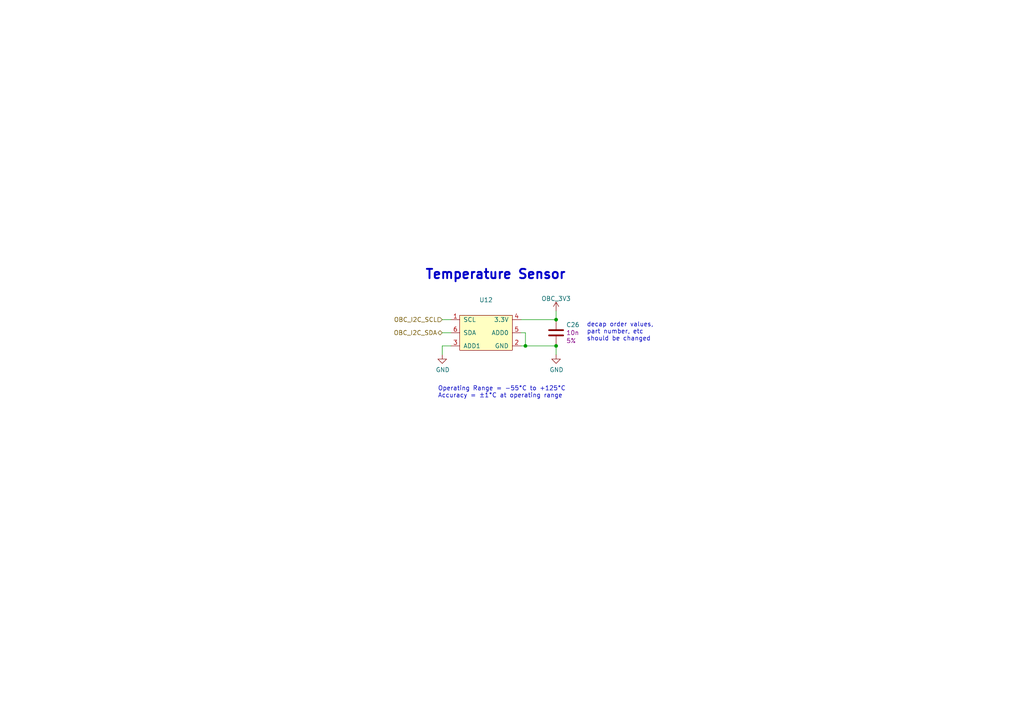
<source format=kicad_sch>
(kicad_sch (version 20211123) (generator eeschema)
  (paper "A4")
  (title_block (title "Singularity OBC - Temperature Sensor") (date "2021-09-20") (rev "PROTO_B_v04") (company "The Flame Trench") (comment 1 "Drawn by:  Abhigna Y") (comment 2 "Status:  PROTOTYPE") (comment 3 "(c) The Flame Trench 2021") (comment 4 "Licenced under CERN OHLv2-Strong"))
  (lib_symbols
    (symbol "TFT_capacitors:100n-10V-0402-5%-CER" (pin_numbers hide) (pin_names (offset 0.254))
      (property "Reference" "C" (at 0.635 2.54 0))
      (property "NumVal" "100n" (at 2.54 -2.54 0))
      (property "Tolerance" "5%" (at 0 0 0))
      (symbol "100n-10V-0402-5%-CER_0_1"
        (polyline (pts (xy -2.032 -0.762) (xy 2.032 -0.762)) (stroke (width 0.508)))
        (polyline (pts (xy -2.032 0.762) (xy 2.032 0.762)) (stroke (width 0.508)))
      )
      (symbol "100n-10V-0402-5%-CER_1_1"
        (pin passive line (at 0 3.81 270) (length 2.794) (name "~") (number "1"))
        (pin passive line (at 0 -3.81 90) (length 2.794) (name "~") (number "2"))
      )
    )
    (symbol "TFT_power:OBC_3V3" (power) (pin_names (offset 0))
      (property "Value" "OBC_3V3" (at 0 3.556 0))
      (symbol "OBC_3V3_0_1"
        (polyline (pts (xy -0.762 1.27) (xy 0 2.54)))
        (polyline (pts (xy 0 0) (xy 0 2.54)))
        (polyline (pts (xy 0 2.54) (xy 0.762 1.27)))
      )
      (symbol "OBC_3V3_1_1"
        (pin power_in line (at 0 0 90) (length 0) hide (name "OBC_3V3") (number "1"))
      )
    )
    (symbol "TFT_sensors:TMP100" (pin_names (offset 1.016))
      (property "Reference" "U" (at 0 8.89 0))
      (property "Value" "TMP100" (at 0 6.35 0))
      (symbol "TMP100_0_1"
        (rectangle (start -7.62 5.08) (end 7.62 -5.08) (fill (type background)))
      )
      (symbol "TMP100_1_1"
        (pin input line (at -10.16 3.81 0) (length 2.54) (name "SCL") (number "1"))
        (pin power_in line (at 10.16 -3.81 180) (length 2.54) (name "GND") (number "2"))
        (pin power_in line (at -10.16 -3.81 0) (length 2.54) (name "ADD1") (number "3"))
        (pin power_in line (at 10.16 3.81 180) (length 2.54) (name "3.3V") (number "4"))
        (pin power_in line (at 10.16 0 180) (length 2.54) (name "ADD0") (number "5"))
        (pin bidirectional line (at -10.16 0 0) (length 2.54) (name "SDA") (number "6"))
      )
    )
    (symbol "power:GND" (power) (pin_names (offset 0))
      (property "Value" "GND" (at 0 -3.81 0))
      (symbol "GND_0_1"
        (polyline (pts (xy 0 0) (xy 0 -1.27) (xy 1.27 -1.27) (xy 0 -2.54) (xy -1.27 -1.27) (xy 0 -1.27)))
      )
      (symbol "GND_1_1"
        (pin power_in line (at 0 0 270) (length 0) hide (name "GND") (number "1"))
      )
    )
  )
  (junction (at 161.29 92.71))
  (junction (at 152.4 100.33))
  (junction (at 161.29 100.33))
  (wire (pts (xy 161.29 92.71) (xy 161.29 90.17)))
  (wire (pts (xy 128.27 92.71) (xy 130.81 92.71)))
  (wire (pts (xy 161.29 100.33) (xy 161.29 102.87)))
  (wire (pts (xy 152.4 96.52) (xy 152.4 100.33)))
  (wire (pts (xy 151.13 92.71) (xy 161.29 92.71)))
  (wire (pts (xy 152.4 100.33) (xy 161.29 100.33)))
  (wire (pts (xy 128.27 100.33) (xy 128.27 102.87)))
  (wire (pts (xy 130.81 100.33) (xy 128.27 100.33)))
  (wire (pts (xy 151.13 96.52) (xy 152.4 96.52)))
  (wire (pts (xy 151.13 100.33) (xy 152.4 100.33)))
  (wire (pts (xy 130.81 96.52) (xy 128.27 96.52)))
  (text "Operating Range = -55°C to +125°C\nAccuracy = ±1°C at operating range\n" (at 127 115.57 0) (effects (font (size 1.27 1.27)) (justify left bottom)))
  (text "Temperature Sensor" (at 123.19 81.28 0) (effects (font (size 2.6924 2.6924) (thickness 0.5385) bold) (justify left bottom)))
  (text "decap order values, \npart number, etc \nshould be changed\n" (at 170.18 99.06 0) (effects (font (size 1.27 1.27)) (justify left bottom)))
  (hierarchical_label "OBC_I2C_SCL" (shape input) (at 128.27 92.71 180))
  (hierarchical_label "OBC_I2C_SDA" (shape bidirectional) (at 128.27 96.52 180))
  (symbol (lib_id "TFT_sensors:TMP100") (at 140.97 96.52 0) (unit 1)
    (property "Reference" "U12" (at 140.97 86.995 0))
  )
  (symbol (lib_id "TFT_capacitors:100n-10V-0402-5%-CER") (at 161.29 96.52 0) (unit 1)
    (property "Reference" "C26" (at 164.211 94.2086 0) (effects (justify left)))
    (property "Datasheet" "https://api.kemet.com/component-edge/download/specsheet/C0402C104J8RACAUTO.pdf" (effects hide))
    (property "NumVal" "10n" (at 164.211 96.52 0) (effects (justify left)))
    (property "PartNumber" "C0402C104J8RACAUTO" (effects hide))
    (property "Description" "SMD Multilayer Ceramic Capacitor, 0.1 µF, 10 V, 0402 [1005 Metric], ± 5%, X7R, C Series KEMET" (effects hide))
    (property "Tolerance" "5%" (at 164.211 98.8314 0) (effects (justify left)))
    (property "Vmax" "10V" (effects hide))
    (property "Manufacturer" "Kemet" (effects hide))
    (property "OrderNumber" "Farnell:      2904530RL " (effects hide))
  )
  (symbol (lib_id "power:GND") (at 161.29 102.87 0) (unit 1)
    (property "Reference" "#PWR?" (effects hide))
  )
  (symbol (lib_id "TFT_power:OBC_3V3") (at 161.29 90.17 0) (unit 1)
    (property "Reference" "#PWR?" (effects hide))
  )
  (symbol (lib_id "power:GND") (at 128.27 102.87 0) (unit 1)
    (property "Reference" "#PWR?" (effects hide))
  )
)
</source>
